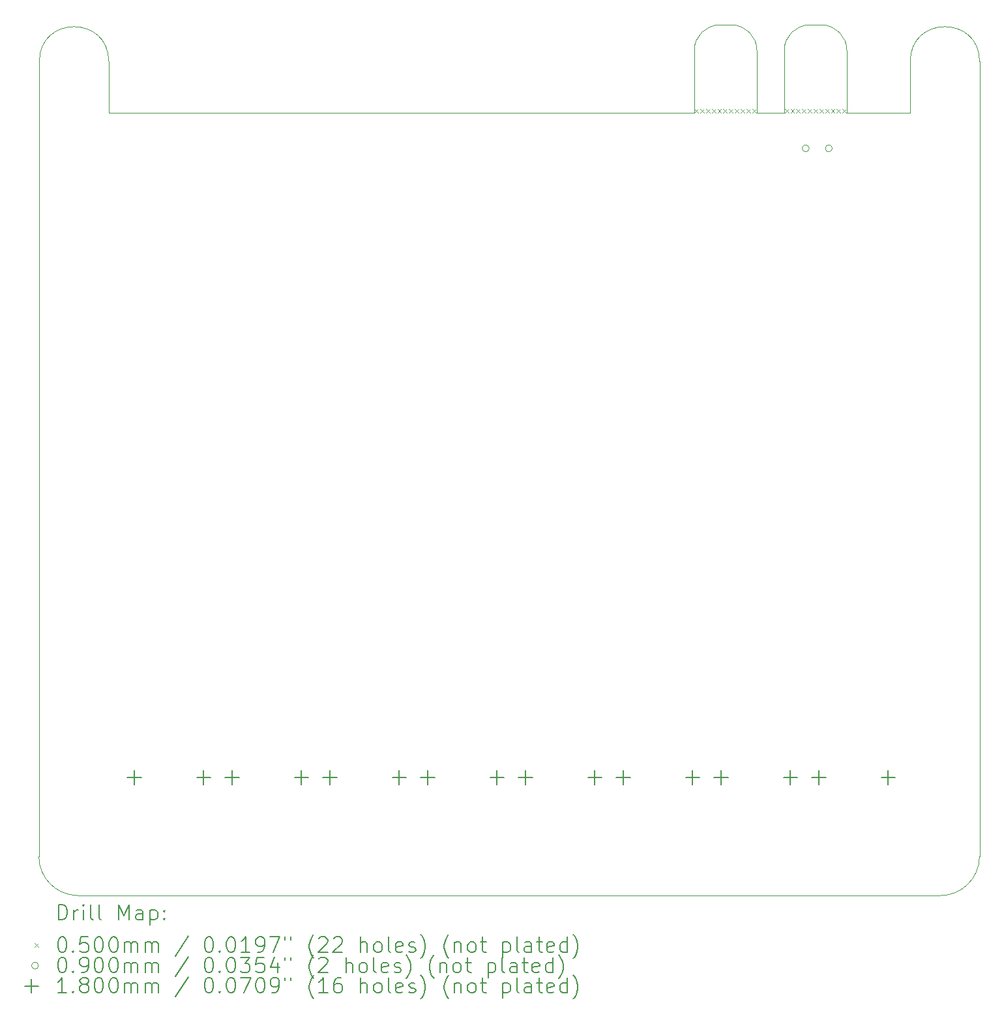
<source format=gbr>
%TF.GenerationSoftware,KiCad,Pcbnew,7.0.9-29-ge2d8d53a10*%
%TF.CreationDate,2023-11-20T00:12:12+01:00*%
%TF.ProjectId,scan-controller-kicad,7363616e-2d63-46f6-9e74-726f6c6c6572,rev?*%
%TF.SameCoordinates,Original*%
%TF.FileFunction,Drillmap*%
%TF.FilePolarity,Positive*%
%FSLAX45Y45*%
G04 Gerber Fmt 4.5, Leading zero omitted, Abs format (unit mm)*
G04 Created by KiCad (PCBNEW 7.0.9-29-ge2d8d53a10) date 2023-11-20 00:12:12*
%MOMM*%
%LPD*%
G01*
G04 APERTURE LIST*
%ADD10C,0.100000*%
%ADD11C,0.200000*%
%ADD12C,0.180000*%
G04 APERTURE END LIST*
D10*
X21338200Y-5590000D02*
X21338200Y-4777200D01*
X20855600Y-4447000D02*
G75*
G03*
X20525400Y-4777200I0J-330200D01*
G01*
X22506600Y-4777200D02*
X22506600Y-5590000D01*
X21008000Y-4447000D02*
X20855600Y-4447000D01*
X23330000Y-4920000D02*
X23330000Y-5590000D01*
X12920000Y-4920000D02*
X12920000Y-5590000D01*
X12020294Y-4920000D02*
X12013109Y-15240000D01*
X21693800Y-4777200D02*
X21693800Y-5590000D01*
X22024000Y-4447000D02*
G75*
G03*
X21693800Y-4777200I0J-330200D01*
G01*
X12013101Y-15240000D02*
G75*
G03*
X12515722Y-15748000I508039J10D01*
G01*
X12920294Y-4920000D02*
G75*
G03*
X12020294Y-4920000I-450000J0D01*
G01*
X24230000Y-4920000D02*
X24230000Y-15240000D01*
X22506600Y-4777200D02*
G75*
G03*
X22176400Y-4447000I-330200J0D01*
G01*
X21693800Y-5590000D02*
X21338200Y-5590000D01*
X23720000Y-15749210D02*
G75*
G03*
X24229210Y-15240000I0J509210D01*
G01*
X20525400Y-4777200D02*
X20524400Y-5587292D01*
X12920000Y-5590000D02*
X20524400Y-5587292D01*
X24230000Y-4920000D02*
G75*
G03*
X23330000Y-4920000I-450000J0D01*
G01*
X23720000Y-15749210D02*
X12515722Y-15748000D01*
X22176400Y-4447000D02*
X22024000Y-4447000D01*
X21338200Y-4777200D02*
G75*
G03*
X21008000Y-4447000I-330200J0D01*
G01*
X23330000Y-5590000D02*
X22506600Y-5590000D01*
D11*
D10*
X20527000Y-5539600D02*
X20577000Y-5589600D01*
X20577000Y-5539600D02*
X20527000Y-5589600D01*
X20602000Y-5539600D02*
X20652000Y-5589600D01*
X20652000Y-5539600D02*
X20602000Y-5589600D01*
X20677000Y-5539600D02*
X20727000Y-5589600D01*
X20727000Y-5539600D02*
X20677000Y-5589600D01*
X20752000Y-5539600D02*
X20802000Y-5589600D01*
X20802000Y-5539600D02*
X20752000Y-5589600D01*
X20827000Y-5539600D02*
X20877000Y-5589600D01*
X20877000Y-5539600D02*
X20827000Y-5589600D01*
X20902000Y-5539600D02*
X20952000Y-5589600D01*
X20952000Y-5539600D02*
X20902000Y-5589600D01*
X20977000Y-5539600D02*
X21027000Y-5589600D01*
X21027000Y-5539600D02*
X20977000Y-5589600D01*
X21052000Y-5539600D02*
X21102000Y-5589600D01*
X21102000Y-5539600D02*
X21052000Y-5589600D01*
X21127000Y-5539600D02*
X21177000Y-5589600D01*
X21177000Y-5539600D02*
X21127000Y-5589600D01*
X21202000Y-5539600D02*
X21252000Y-5589600D01*
X21252000Y-5539600D02*
X21202000Y-5589600D01*
X21277000Y-5539600D02*
X21327000Y-5589600D01*
X21327000Y-5539600D02*
X21277000Y-5589600D01*
X21700200Y-5539600D02*
X21750200Y-5589600D01*
X21750200Y-5539600D02*
X21700200Y-5589600D01*
X21775200Y-5539600D02*
X21825200Y-5589600D01*
X21825200Y-5539600D02*
X21775200Y-5589600D01*
X21850200Y-5539600D02*
X21900200Y-5589600D01*
X21900200Y-5539600D02*
X21850200Y-5589600D01*
X21925200Y-5539600D02*
X21975200Y-5589600D01*
X21975200Y-5539600D02*
X21925200Y-5589600D01*
X22000200Y-5539600D02*
X22050200Y-5589600D01*
X22050200Y-5539600D02*
X22000200Y-5589600D01*
X22075200Y-5539600D02*
X22125200Y-5589600D01*
X22125200Y-5539600D02*
X22075200Y-5589600D01*
X22150200Y-5539600D02*
X22200200Y-5589600D01*
X22200200Y-5539600D02*
X22150200Y-5589600D01*
X22225200Y-5539600D02*
X22275200Y-5589600D01*
X22275200Y-5539600D02*
X22225200Y-5589600D01*
X22300200Y-5539600D02*
X22350200Y-5589600D01*
X22350200Y-5539600D02*
X22300200Y-5589600D01*
X22375200Y-5539600D02*
X22425200Y-5589600D01*
X22425200Y-5539600D02*
X22375200Y-5589600D01*
X22450200Y-5539600D02*
X22500200Y-5589600D01*
X22500200Y-5539600D02*
X22450200Y-5589600D01*
X22017400Y-6048900D02*
G75*
G03*
X22017400Y-6048900I-45000J0D01*
G01*
X22317400Y-6048900D02*
G75*
G03*
X22317400Y-6048900I-45000J0D01*
G01*
D12*
X13252359Y-14125976D02*
X13252359Y-14305976D01*
X13162359Y-14215976D02*
X13342359Y-14215976D01*
X14152359Y-14125976D02*
X14152359Y-14305976D01*
X14062359Y-14215976D02*
X14242359Y-14215976D01*
X14522359Y-14125976D02*
X14522359Y-14305976D01*
X14432359Y-14215976D02*
X14612359Y-14215976D01*
X15422359Y-14125976D02*
X15422359Y-14305976D01*
X15332359Y-14215976D02*
X15512359Y-14215976D01*
X15792359Y-14125976D02*
X15792359Y-14305976D01*
X15702359Y-14215976D02*
X15882359Y-14215976D01*
X16692359Y-14125976D02*
X16692359Y-14305976D01*
X16602359Y-14215976D02*
X16782359Y-14215976D01*
X17062359Y-14125976D02*
X17062359Y-14305976D01*
X16972359Y-14215976D02*
X17152359Y-14215976D01*
X17962359Y-14125976D02*
X17962359Y-14305976D01*
X17872359Y-14215976D02*
X18052359Y-14215976D01*
X18332359Y-14125976D02*
X18332359Y-14305976D01*
X18242359Y-14215976D02*
X18422359Y-14215976D01*
X19232359Y-14125976D02*
X19232359Y-14305976D01*
X19142359Y-14215976D02*
X19322359Y-14215976D01*
X19602359Y-14125976D02*
X19602359Y-14305976D01*
X19512359Y-14215976D02*
X19692359Y-14215976D01*
X20502359Y-14125976D02*
X20502359Y-14305976D01*
X20412359Y-14215976D02*
X20592359Y-14215976D01*
X20872359Y-14125976D02*
X20872359Y-14305976D01*
X20782359Y-14215976D02*
X20962359Y-14215976D01*
X21772359Y-14125976D02*
X21772359Y-14305976D01*
X21682359Y-14215976D02*
X21862359Y-14215976D01*
X22142359Y-14125976D02*
X22142359Y-14305976D01*
X22052359Y-14215976D02*
X22232359Y-14215976D01*
X23042359Y-14125976D02*
X23042359Y-14305976D01*
X22952359Y-14215976D02*
X23132359Y-14215976D01*
D11*
X12268886Y-16065694D02*
X12268886Y-15865694D01*
X12268886Y-15865694D02*
X12316505Y-15865694D01*
X12316505Y-15865694D02*
X12345076Y-15875218D01*
X12345076Y-15875218D02*
X12364124Y-15894265D01*
X12364124Y-15894265D02*
X12373648Y-15913313D01*
X12373648Y-15913313D02*
X12383172Y-15951408D01*
X12383172Y-15951408D02*
X12383172Y-15979979D01*
X12383172Y-15979979D02*
X12373648Y-16018075D01*
X12373648Y-16018075D02*
X12364124Y-16037122D01*
X12364124Y-16037122D02*
X12345076Y-16056170D01*
X12345076Y-16056170D02*
X12316505Y-16065694D01*
X12316505Y-16065694D02*
X12268886Y-16065694D01*
X12468886Y-16065694D02*
X12468886Y-15932360D01*
X12468886Y-15970456D02*
X12478410Y-15951408D01*
X12478410Y-15951408D02*
X12487933Y-15941884D01*
X12487933Y-15941884D02*
X12506981Y-15932360D01*
X12506981Y-15932360D02*
X12526029Y-15932360D01*
X12592695Y-16065694D02*
X12592695Y-15932360D01*
X12592695Y-15865694D02*
X12583172Y-15875218D01*
X12583172Y-15875218D02*
X12592695Y-15884741D01*
X12592695Y-15884741D02*
X12602219Y-15875218D01*
X12602219Y-15875218D02*
X12592695Y-15865694D01*
X12592695Y-15865694D02*
X12592695Y-15884741D01*
X12716505Y-16065694D02*
X12697457Y-16056170D01*
X12697457Y-16056170D02*
X12687933Y-16037122D01*
X12687933Y-16037122D02*
X12687933Y-15865694D01*
X12821267Y-16065694D02*
X12802219Y-16056170D01*
X12802219Y-16056170D02*
X12792695Y-16037122D01*
X12792695Y-16037122D02*
X12792695Y-15865694D01*
X13049838Y-16065694D02*
X13049838Y-15865694D01*
X13049838Y-15865694D02*
X13116505Y-16008551D01*
X13116505Y-16008551D02*
X13183172Y-15865694D01*
X13183172Y-15865694D02*
X13183172Y-16065694D01*
X13364124Y-16065694D02*
X13364124Y-15960932D01*
X13364124Y-15960932D02*
X13354600Y-15941884D01*
X13354600Y-15941884D02*
X13335553Y-15932360D01*
X13335553Y-15932360D02*
X13297457Y-15932360D01*
X13297457Y-15932360D02*
X13278410Y-15941884D01*
X13364124Y-16056170D02*
X13345076Y-16065694D01*
X13345076Y-16065694D02*
X13297457Y-16065694D01*
X13297457Y-16065694D02*
X13278410Y-16056170D01*
X13278410Y-16056170D02*
X13268886Y-16037122D01*
X13268886Y-16037122D02*
X13268886Y-16018075D01*
X13268886Y-16018075D02*
X13278410Y-15999027D01*
X13278410Y-15999027D02*
X13297457Y-15989503D01*
X13297457Y-15989503D02*
X13345076Y-15989503D01*
X13345076Y-15989503D02*
X13364124Y-15979979D01*
X13459362Y-15932360D02*
X13459362Y-16132360D01*
X13459362Y-15941884D02*
X13478410Y-15932360D01*
X13478410Y-15932360D02*
X13516505Y-15932360D01*
X13516505Y-15932360D02*
X13535553Y-15941884D01*
X13535553Y-15941884D02*
X13545076Y-15951408D01*
X13545076Y-15951408D02*
X13554600Y-15970456D01*
X13554600Y-15970456D02*
X13554600Y-16027598D01*
X13554600Y-16027598D02*
X13545076Y-16046646D01*
X13545076Y-16046646D02*
X13535553Y-16056170D01*
X13535553Y-16056170D02*
X13516505Y-16065694D01*
X13516505Y-16065694D02*
X13478410Y-16065694D01*
X13478410Y-16065694D02*
X13459362Y-16056170D01*
X13640314Y-16046646D02*
X13649838Y-16056170D01*
X13649838Y-16056170D02*
X13640314Y-16065694D01*
X13640314Y-16065694D02*
X13630791Y-16056170D01*
X13630791Y-16056170D02*
X13640314Y-16046646D01*
X13640314Y-16046646D02*
X13640314Y-16065694D01*
X13640314Y-15941884D02*
X13649838Y-15951408D01*
X13649838Y-15951408D02*
X13640314Y-15960932D01*
X13640314Y-15960932D02*
X13630791Y-15951408D01*
X13630791Y-15951408D02*
X13640314Y-15941884D01*
X13640314Y-15941884D02*
X13640314Y-15960932D01*
D10*
X11958109Y-16369210D02*
X12008109Y-16419210D01*
X12008109Y-16369210D02*
X11958109Y-16419210D01*
D11*
X12306981Y-16285694D02*
X12326029Y-16285694D01*
X12326029Y-16285694D02*
X12345076Y-16295218D01*
X12345076Y-16295218D02*
X12354600Y-16304741D01*
X12354600Y-16304741D02*
X12364124Y-16323789D01*
X12364124Y-16323789D02*
X12373648Y-16361884D01*
X12373648Y-16361884D02*
X12373648Y-16409503D01*
X12373648Y-16409503D02*
X12364124Y-16447598D01*
X12364124Y-16447598D02*
X12354600Y-16466646D01*
X12354600Y-16466646D02*
X12345076Y-16476170D01*
X12345076Y-16476170D02*
X12326029Y-16485694D01*
X12326029Y-16485694D02*
X12306981Y-16485694D01*
X12306981Y-16485694D02*
X12287933Y-16476170D01*
X12287933Y-16476170D02*
X12278410Y-16466646D01*
X12278410Y-16466646D02*
X12268886Y-16447598D01*
X12268886Y-16447598D02*
X12259362Y-16409503D01*
X12259362Y-16409503D02*
X12259362Y-16361884D01*
X12259362Y-16361884D02*
X12268886Y-16323789D01*
X12268886Y-16323789D02*
X12278410Y-16304741D01*
X12278410Y-16304741D02*
X12287933Y-16295218D01*
X12287933Y-16295218D02*
X12306981Y-16285694D01*
X12459362Y-16466646D02*
X12468886Y-16476170D01*
X12468886Y-16476170D02*
X12459362Y-16485694D01*
X12459362Y-16485694D02*
X12449838Y-16476170D01*
X12449838Y-16476170D02*
X12459362Y-16466646D01*
X12459362Y-16466646D02*
X12459362Y-16485694D01*
X12649838Y-16285694D02*
X12554600Y-16285694D01*
X12554600Y-16285694D02*
X12545076Y-16380932D01*
X12545076Y-16380932D02*
X12554600Y-16371408D01*
X12554600Y-16371408D02*
X12573648Y-16361884D01*
X12573648Y-16361884D02*
X12621267Y-16361884D01*
X12621267Y-16361884D02*
X12640314Y-16371408D01*
X12640314Y-16371408D02*
X12649838Y-16380932D01*
X12649838Y-16380932D02*
X12659362Y-16399979D01*
X12659362Y-16399979D02*
X12659362Y-16447598D01*
X12659362Y-16447598D02*
X12649838Y-16466646D01*
X12649838Y-16466646D02*
X12640314Y-16476170D01*
X12640314Y-16476170D02*
X12621267Y-16485694D01*
X12621267Y-16485694D02*
X12573648Y-16485694D01*
X12573648Y-16485694D02*
X12554600Y-16476170D01*
X12554600Y-16476170D02*
X12545076Y-16466646D01*
X12783172Y-16285694D02*
X12802219Y-16285694D01*
X12802219Y-16285694D02*
X12821267Y-16295218D01*
X12821267Y-16295218D02*
X12830791Y-16304741D01*
X12830791Y-16304741D02*
X12840314Y-16323789D01*
X12840314Y-16323789D02*
X12849838Y-16361884D01*
X12849838Y-16361884D02*
X12849838Y-16409503D01*
X12849838Y-16409503D02*
X12840314Y-16447598D01*
X12840314Y-16447598D02*
X12830791Y-16466646D01*
X12830791Y-16466646D02*
X12821267Y-16476170D01*
X12821267Y-16476170D02*
X12802219Y-16485694D01*
X12802219Y-16485694D02*
X12783172Y-16485694D01*
X12783172Y-16485694D02*
X12764124Y-16476170D01*
X12764124Y-16476170D02*
X12754600Y-16466646D01*
X12754600Y-16466646D02*
X12745076Y-16447598D01*
X12745076Y-16447598D02*
X12735553Y-16409503D01*
X12735553Y-16409503D02*
X12735553Y-16361884D01*
X12735553Y-16361884D02*
X12745076Y-16323789D01*
X12745076Y-16323789D02*
X12754600Y-16304741D01*
X12754600Y-16304741D02*
X12764124Y-16295218D01*
X12764124Y-16295218D02*
X12783172Y-16285694D01*
X12973648Y-16285694D02*
X12992695Y-16285694D01*
X12992695Y-16285694D02*
X13011743Y-16295218D01*
X13011743Y-16295218D02*
X13021267Y-16304741D01*
X13021267Y-16304741D02*
X13030791Y-16323789D01*
X13030791Y-16323789D02*
X13040314Y-16361884D01*
X13040314Y-16361884D02*
X13040314Y-16409503D01*
X13040314Y-16409503D02*
X13030791Y-16447598D01*
X13030791Y-16447598D02*
X13021267Y-16466646D01*
X13021267Y-16466646D02*
X13011743Y-16476170D01*
X13011743Y-16476170D02*
X12992695Y-16485694D01*
X12992695Y-16485694D02*
X12973648Y-16485694D01*
X12973648Y-16485694D02*
X12954600Y-16476170D01*
X12954600Y-16476170D02*
X12945076Y-16466646D01*
X12945076Y-16466646D02*
X12935553Y-16447598D01*
X12935553Y-16447598D02*
X12926029Y-16409503D01*
X12926029Y-16409503D02*
X12926029Y-16361884D01*
X12926029Y-16361884D02*
X12935553Y-16323789D01*
X12935553Y-16323789D02*
X12945076Y-16304741D01*
X12945076Y-16304741D02*
X12954600Y-16295218D01*
X12954600Y-16295218D02*
X12973648Y-16285694D01*
X13126029Y-16485694D02*
X13126029Y-16352360D01*
X13126029Y-16371408D02*
X13135553Y-16361884D01*
X13135553Y-16361884D02*
X13154600Y-16352360D01*
X13154600Y-16352360D02*
X13183172Y-16352360D01*
X13183172Y-16352360D02*
X13202219Y-16361884D01*
X13202219Y-16361884D02*
X13211743Y-16380932D01*
X13211743Y-16380932D02*
X13211743Y-16485694D01*
X13211743Y-16380932D02*
X13221267Y-16361884D01*
X13221267Y-16361884D02*
X13240314Y-16352360D01*
X13240314Y-16352360D02*
X13268886Y-16352360D01*
X13268886Y-16352360D02*
X13287934Y-16361884D01*
X13287934Y-16361884D02*
X13297457Y-16380932D01*
X13297457Y-16380932D02*
X13297457Y-16485694D01*
X13392695Y-16485694D02*
X13392695Y-16352360D01*
X13392695Y-16371408D02*
X13402219Y-16361884D01*
X13402219Y-16361884D02*
X13421267Y-16352360D01*
X13421267Y-16352360D02*
X13449838Y-16352360D01*
X13449838Y-16352360D02*
X13468886Y-16361884D01*
X13468886Y-16361884D02*
X13478410Y-16380932D01*
X13478410Y-16380932D02*
X13478410Y-16485694D01*
X13478410Y-16380932D02*
X13487934Y-16361884D01*
X13487934Y-16361884D02*
X13506981Y-16352360D01*
X13506981Y-16352360D02*
X13535553Y-16352360D01*
X13535553Y-16352360D02*
X13554600Y-16361884D01*
X13554600Y-16361884D02*
X13564124Y-16380932D01*
X13564124Y-16380932D02*
X13564124Y-16485694D01*
X13954600Y-16276170D02*
X13783172Y-16533313D01*
X14211743Y-16285694D02*
X14230791Y-16285694D01*
X14230791Y-16285694D02*
X14249838Y-16295218D01*
X14249838Y-16295218D02*
X14259362Y-16304741D01*
X14259362Y-16304741D02*
X14268886Y-16323789D01*
X14268886Y-16323789D02*
X14278410Y-16361884D01*
X14278410Y-16361884D02*
X14278410Y-16409503D01*
X14278410Y-16409503D02*
X14268886Y-16447598D01*
X14268886Y-16447598D02*
X14259362Y-16466646D01*
X14259362Y-16466646D02*
X14249838Y-16476170D01*
X14249838Y-16476170D02*
X14230791Y-16485694D01*
X14230791Y-16485694D02*
X14211743Y-16485694D01*
X14211743Y-16485694D02*
X14192696Y-16476170D01*
X14192696Y-16476170D02*
X14183172Y-16466646D01*
X14183172Y-16466646D02*
X14173648Y-16447598D01*
X14173648Y-16447598D02*
X14164124Y-16409503D01*
X14164124Y-16409503D02*
X14164124Y-16361884D01*
X14164124Y-16361884D02*
X14173648Y-16323789D01*
X14173648Y-16323789D02*
X14183172Y-16304741D01*
X14183172Y-16304741D02*
X14192696Y-16295218D01*
X14192696Y-16295218D02*
X14211743Y-16285694D01*
X14364124Y-16466646D02*
X14373648Y-16476170D01*
X14373648Y-16476170D02*
X14364124Y-16485694D01*
X14364124Y-16485694D02*
X14354600Y-16476170D01*
X14354600Y-16476170D02*
X14364124Y-16466646D01*
X14364124Y-16466646D02*
X14364124Y-16485694D01*
X14497457Y-16285694D02*
X14516505Y-16285694D01*
X14516505Y-16285694D02*
X14535553Y-16295218D01*
X14535553Y-16295218D02*
X14545077Y-16304741D01*
X14545077Y-16304741D02*
X14554600Y-16323789D01*
X14554600Y-16323789D02*
X14564124Y-16361884D01*
X14564124Y-16361884D02*
X14564124Y-16409503D01*
X14564124Y-16409503D02*
X14554600Y-16447598D01*
X14554600Y-16447598D02*
X14545077Y-16466646D01*
X14545077Y-16466646D02*
X14535553Y-16476170D01*
X14535553Y-16476170D02*
X14516505Y-16485694D01*
X14516505Y-16485694D02*
X14497457Y-16485694D01*
X14497457Y-16485694D02*
X14478410Y-16476170D01*
X14478410Y-16476170D02*
X14468886Y-16466646D01*
X14468886Y-16466646D02*
X14459362Y-16447598D01*
X14459362Y-16447598D02*
X14449838Y-16409503D01*
X14449838Y-16409503D02*
X14449838Y-16361884D01*
X14449838Y-16361884D02*
X14459362Y-16323789D01*
X14459362Y-16323789D02*
X14468886Y-16304741D01*
X14468886Y-16304741D02*
X14478410Y-16295218D01*
X14478410Y-16295218D02*
X14497457Y-16285694D01*
X14754600Y-16485694D02*
X14640315Y-16485694D01*
X14697457Y-16485694D02*
X14697457Y-16285694D01*
X14697457Y-16285694D02*
X14678410Y-16314265D01*
X14678410Y-16314265D02*
X14659362Y-16333313D01*
X14659362Y-16333313D02*
X14640315Y-16342837D01*
X14849838Y-16485694D02*
X14887934Y-16485694D01*
X14887934Y-16485694D02*
X14906981Y-16476170D01*
X14906981Y-16476170D02*
X14916505Y-16466646D01*
X14916505Y-16466646D02*
X14935553Y-16438075D01*
X14935553Y-16438075D02*
X14945077Y-16399979D01*
X14945077Y-16399979D02*
X14945077Y-16323789D01*
X14945077Y-16323789D02*
X14935553Y-16304741D01*
X14935553Y-16304741D02*
X14926029Y-16295218D01*
X14926029Y-16295218D02*
X14906981Y-16285694D01*
X14906981Y-16285694D02*
X14868886Y-16285694D01*
X14868886Y-16285694D02*
X14849838Y-16295218D01*
X14849838Y-16295218D02*
X14840315Y-16304741D01*
X14840315Y-16304741D02*
X14830791Y-16323789D01*
X14830791Y-16323789D02*
X14830791Y-16371408D01*
X14830791Y-16371408D02*
X14840315Y-16390456D01*
X14840315Y-16390456D02*
X14849838Y-16399979D01*
X14849838Y-16399979D02*
X14868886Y-16409503D01*
X14868886Y-16409503D02*
X14906981Y-16409503D01*
X14906981Y-16409503D02*
X14926029Y-16399979D01*
X14926029Y-16399979D02*
X14935553Y-16390456D01*
X14935553Y-16390456D02*
X14945077Y-16371408D01*
X15011743Y-16285694D02*
X15145077Y-16285694D01*
X15145077Y-16285694D02*
X15059362Y-16485694D01*
X15211743Y-16285694D02*
X15211743Y-16323789D01*
X15287934Y-16285694D02*
X15287934Y-16323789D01*
X15583172Y-16561884D02*
X15573648Y-16552360D01*
X15573648Y-16552360D02*
X15554600Y-16523789D01*
X15554600Y-16523789D02*
X15545077Y-16504741D01*
X15545077Y-16504741D02*
X15535553Y-16476170D01*
X15535553Y-16476170D02*
X15526029Y-16428551D01*
X15526029Y-16428551D02*
X15526029Y-16390456D01*
X15526029Y-16390456D02*
X15535553Y-16342837D01*
X15535553Y-16342837D02*
X15545077Y-16314265D01*
X15545077Y-16314265D02*
X15554600Y-16295218D01*
X15554600Y-16295218D02*
X15573648Y-16266646D01*
X15573648Y-16266646D02*
X15583172Y-16257122D01*
X15649839Y-16304741D02*
X15659362Y-16295218D01*
X15659362Y-16295218D02*
X15678410Y-16285694D01*
X15678410Y-16285694D02*
X15726029Y-16285694D01*
X15726029Y-16285694D02*
X15745077Y-16295218D01*
X15745077Y-16295218D02*
X15754600Y-16304741D01*
X15754600Y-16304741D02*
X15764124Y-16323789D01*
X15764124Y-16323789D02*
X15764124Y-16342837D01*
X15764124Y-16342837D02*
X15754600Y-16371408D01*
X15754600Y-16371408D02*
X15640315Y-16485694D01*
X15640315Y-16485694D02*
X15764124Y-16485694D01*
X15840315Y-16304741D02*
X15849839Y-16295218D01*
X15849839Y-16295218D02*
X15868886Y-16285694D01*
X15868886Y-16285694D02*
X15916505Y-16285694D01*
X15916505Y-16285694D02*
X15935553Y-16295218D01*
X15935553Y-16295218D02*
X15945077Y-16304741D01*
X15945077Y-16304741D02*
X15954600Y-16323789D01*
X15954600Y-16323789D02*
X15954600Y-16342837D01*
X15954600Y-16342837D02*
X15945077Y-16371408D01*
X15945077Y-16371408D02*
X15830791Y-16485694D01*
X15830791Y-16485694D02*
X15954600Y-16485694D01*
X16192696Y-16485694D02*
X16192696Y-16285694D01*
X16278410Y-16485694D02*
X16278410Y-16380932D01*
X16278410Y-16380932D02*
X16268886Y-16361884D01*
X16268886Y-16361884D02*
X16249839Y-16352360D01*
X16249839Y-16352360D02*
X16221267Y-16352360D01*
X16221267Y-16352360D02*
X16202220Y-16361884D01*
X16202220Y-16361884D02*
X16192696Y-16371408D01*
X16402220Y-16485694D02*
X16383172Y-16476170D01*
X16383172Y-16476170D02*
X16373648Y-16466646D01*
X16373648Y-16466646D02*
X16364124Y-16447598D01*
X16364124Y-16447598D02*
X16364124Y-16390456D01*
X16364124Y-16390456D02*
X16373648Y-16371408D01*
X16373648Y-16371408D02*
X16383172Y-16361884D01*
X16383172Y-16361884D02*
X16402220Y-16352360D01*
X16402220Y-16352360D02*
X16430791Y-16352360D01*
X16430791Y-16352360D02*
X16449839Y-16361884D01*
X16449839Y-16361884D02*
X16459362Y-16371408D01*
X16459362Y-16371408D02*
X16468886Y-16390456D01*
X16468886Y-16390456D02*
X16468886Y-16447598D01*
X16468886Y-16447598D02*
X16459362Y-16466646D01*
X16459362Y-16466646D02*
X16449839Y-16476170D01*
X16449839Y-16476170D02*
X16430791Y-16485694D01*
X16430791Y-16485694D02*
X16402220Y-16485694D01*
X16583172Y-16485694D02*
X16564124Y-16476170D01*
X16564124Y-16476170D02*
X16554601Y-16457122D01*
X16554601Y-16457122D02*
X16554601Y-16285694D01*
X16735553Y-16476170D02*
X16716505Y-16485694D01*
X16716505Y-16485694D02*
X16678410Y-16485694D01*
X16678410Y-16485694D02*
X16659362Y-16476170D01*
X16659362Y-16476170D02*
X16649839Y-16457122D01*
X16649839Y-16457122D02*
X16649839Y-16380932D01*
X16649839Y-16380932D02*
X16659362Y-16361884D01*
X16659362Y-16361884D02*
X16678410Y-16352360D01*
X16678410Y-16352360D02*
X16716505Y-16352360D01*
X16716505Y-16352360D02*
X16735553Y-16361884D01*
X16735553Y-16361884D02*
X16745077Y-16380932D01*
X16745077Y-16380932D02*
X16745077Y-16399979D01*
X16745077Y-16399979D02*
X16649839Y-16419027D01*
X16821267Y-16476170D02*
X16840315Y-16485694D01*
X16840315Y-16485694D02*
X16878410Y-16485694D01*
X16878410Y-16485694D02*
X16897458Y-16476170D01*
X16897458Y-16476170D02*
X16906982Y-16457122D01*
X16906982Y-16457122D02*
X16906982Y-16447598D01*
X16906982Y-16447598D02*
X16897458Y-16428551D01*
X16897458Y-16428551D02*
X16878410Y-16419027D01*
X16878410Y-16419027D02*
X16849839Y-16419027D01*
X16849839Y-16419027D02*
X16830791Y-16409503D01*
X16830791Y-16409503D02*
X16821267Y-16390456D01*
X16821267Y-16390456D02*
X16821267Y-16380932D01*
X16821267Y-16380932D02*
X16830791Y-16361884D01*
X16830791Y-16361884D02*
X16849839Y-16352360D01*
X16849839Y-16352360D02*
X16878410Y-16352360D01*
X16878410Y-16352360D02*
X16897458Y-16361884D01*
X16973648Y-16561884D02*
X16983172Y-16552360D01*
X16983172Y-16552360D02*
X17002220Y-16523789D01*
X17002220Y-16523789D02*
X17011744Y-16504741D01*
X17011744Y-16504741D02*
X17021267Y-16476170D01*
X17021267Y-16476170D02*
X17030791Y-16428551D01*
X17030791Y-16428551D02*
X17030791Y-16390456D01*
X17030791Y-16390456D02*
X17021267Y-16342837D01*
X17021267Y-16342837D02*
X17011744Y-16314265D01*
X17011744Y-16314265D02*
X17002220Y-16295218D01*
X17002220Y-16295218D02*
X16983172Y-16266646D01*
X16983172Y-16266646D02*
X16973648Y-16257122D01*
X17335553Y-16561884D02*
X17326029Y-16552360D01*
X17326029Y-16552360D02*
X17306982Y-16523789D01*
X17306982Y-16523789D02*
X17297458Y-16504741D01*
X17297458Y-16504741D02*
X17287934Y-16476170D01*
X17287934Y-16476170D02*
X17278410Y-16428551D01*
X17278410Y-16428551D02*
X17278410Y-16390456D01*
X17278410Y-16390456D02*
X17287934Y-16342837D01*
X17287934Y-16342837D02*
X17297458Y-16314265D01*
X17297458Y-16314265D02*
X17306982Y-16295218D01*
X17306982Y-16295218D02*
X17326029Y-16266646D01*
X17326029Y-16266646D02*
X17335553Y-16257122D01*
X17411744Y-16352360D02*
X17411744Y-16485694D01*
X17411744Y-16371408D02*
X17421267Y-16361884D01*
X17421267Y-16361884D02*
X17440315Y-16352360D01*
X17440315Y-16352360D02*
X17468886Y-16352360D01*
X17468886Y-16352360D02*
X17487934Y-16361884D01*
X17487934Y-16361884D02*
X17497458Y-16380932D01*
X17497458Y-16380932D02*
X17497458Y-16485694D01*
X17621267Y-16485694D02*
X17602220Y-16476170D01*
X17602220Y-16476170D02*
X17592696Y-16466646D01*
X17592696Y-16466646D02*
X17583172Y-16447598D01*
X17583172Y-16447598D02*
X17583172Y-16390456D01*
X17583172Y-16390456D02*
X17592696Y-16371408D01*
X17592696Y-16371408D02*
X17602220Y-16361884D01*
X17602220Y-16361884D02*
X17621267Y-16352360D01*
X17621267Y-16352360D02*
X17649839Y-16352360D01*
X17649839Y-16352360D02*
X17668886Y-16361884D01*
X17668886Y-16361884D02*
X17678410Y-16371408D01*
X17678410Y-16371408D02*
X17687934Y-16390456D01*
X17687934Y-16390456D02*
X17687934Y-16447598D01*
X17687934Y-16447598D02*
X17678410Y-16466646D01*
X17678410Y-16466646D02*
X17668886Y-16476170D01*
X17668886Y-16476170D02*
X17649839Y-16485694D01*
X17649839Y-16485694D02*
X17621267Y-16485694D01*
X17745077Y-16352360D02*
X17821267Y-16352360D01*
X17773648Y-16285694D02*
X17773648Y-16457122D01*
X17773648Y-16457122D02*
X17783172Y-16476170D01*
X17783172Y-16476170D02*
X17802220Y-16485694D01*
X17802220Y-16485694D02*
X17821267Y-16485694D01*
X18040315Y-16352360D02*
X18040315Y-16552360D01*
X18040315Y-16361884D02*
X18059363Y-16352360D01*
X18059363Y-16352360D02*
X18097458Y-16352360D01*
X18097458Y-16352360D02*
X18116506Y-16361884D01*
X18116506Y-16361884D02*
X18126029Y-16371408D01*
X18126029Y-16371408D02*
X18135553Y-16390456D01*
X18135553Y-16390456D02*
X18135553Y-16447598D01*
X18135553Y-16447598D02*
X18126029Y-16466646D01*
X18126029Y-16466646D02*
X18116506Y-16476170D01*
X18116506Y-16476170D02*
X18097458Y-16485694D01*
X18097458Y-16485694D02*
X18059363Y-16485694D01*
X18059363Y-16485694D02*
X18040315Y-16476170D01*
X18249839Y-16485694D02*
X18230791Y-16476170D01*
X18230791Y-16476170D02*
X18221267Y-16457122D01*
X18221267Y-16457122D02*
X18221267Y-16285694D01*
X18411744Y-16485694D02*
X18411744Y-16380932D01*
X18411744Y-16380932D02*
X18402220Y-16361884D01*
X18402220Y-16361884D02*
X18383172Y-16352360D01*
X18383172Y-16352360D02*
X18345077Y-16352360D01*
X18345077Y-16352360D02*
X18326029Y-16361884D01*
X18411744Y-16476170D02*
X18392696Y-16485694D01*
X18392696Y-16485694D02*
X18345077Y-16485694D01*
X18345077Y-16485694D02*
X18326029Y-16476170D01*
X18326029Y-16476170D02*
X18316506Y-16457122D01*
X18316506Y-16457122D02*
X18316506Y-16438075D01*
X18316506Y-16438075D02*
X18326029Y-16419027D01*
X18326029Y-16419027D02*
X18345077Y-16409503D01*
X18345077Y-16409503D02*
X18392696Y-16409503D01*
X18392696Y-16409503D02*
X18411744Y-16399979D01*
X18478410Y-16352360D02*
X18554601Y-16352360D01*
X18506982Y-16285694D02*
X18506982Y-16457122D01*
X18506982Y-16457122D02*
X18516506Y-16476170D01*
X18516506Y-16476170D02*
X18535553Y-16485694D01*
X18535553Y-16485694D02*
X18554601Y-16485694D01*
X18697458Y-16476170D02*
X18678410Y-16485694D01*
X18678410Y-16485694D02*
X18640315Y-16485694D01*
X18640315Y-16485694D02*
X18621267Y-16476170D01*
X18621267Y-16476170D02*
X18611744Y-16457122D01*
X18611744Y-16457122D02*
X18611744Y-16380932D01*
X18611744Y-16380932D02*
X18621267Y-16361884D01*
X18621267Y-16361884D02*
X18640315Y-16352360D01*
X18640315Y-16352360D02*
X18678410Y-16352360D01*
X18678410Y-16352360D02*
X18697458Y-16361884D01*
X18697458Y-16361884D02*
X18706982Y-16380932D01*
X18706982Y-16380932D02*
X18706982Y-16399979D01*
X18706982Y-16399979D02*
X18611744Y-16419027D01*
X18878410Y-16485694D02*
X18878410Y-16285694D01*
X18878410Y-16476170D02*
X18859363Y-16485694D01*
X18859363Y-16485694D02*
X18821267Y-16485694D01*
X18821267Y-16485694D02*
X18802220Y-16476170D01*
X18802220Y-16476170D02*
X18792696Y-16466646D01*
X18792696Y-16466646D02*
X18783172Y-16447598D01*
X18783172Y-16447598D02*
X18783172Y-16390456D01*
X18783172Y-16390456D02*
X18792696Y-16371408D01*
X18792696Y-16371408D02*
X18802220Y-16361884D01*
X18802220Y-16361884D02*
X18821267Y-16352360D01*
X18821267Y-16352360D02*
X18859363Y-16352360D01*
X18859363Y-16352360D02*
X18878410Y-16361884D01*
X18954601Y-16561884D02*
X18964125Y-16552360D01*
X18964125Y-16552360D02*
X18983172Y-16523789D01*
X18983172Y-16523789D02*
X18992696Y-16504741D01*
X18992696Y-16504741D02*
X19002220Y-16476170D01*
X19002220Y-16476170D02*
X19011744Y-16428551D01*
X19011744Y-16428551D02*
X19011744Y-16390456D01*
X19011744Y-16390456D02*
X19002220Y-16342837D01*
X19002220Y-16342837D02*
X18992696Y-16314265D01*
X18992696Y-16314265D02*
X18983172Y-16295218D01*
X18983172Y-16295218D02*
X18964125Y-16266646D01*
X18964125Y-16266646D02*
X18954601Y-16257122D01*
D10*
X12008109Y-16658210D02*
G75*
G03*
X12008109Y-16658210I-45000J0D01*
G01*
D11*
X12306981Y-16549694D02*
X12326029Y-16549694D01*
X12326029Y-16549694D02*
X12345076Y-16559218D01*
X12345076Y-16559218D02*
X12354600Y-16568741D01*
X12354600Y-16568741D02*
X12364124Y-16587789D01*
X12364124Y-16587789D02*
X12373648Y-16625884D01*
X12373648Y-16625884D02*
X12373648Y-16673503D01*
X12373648Y-16673503D02*
X12364124Y-16711598D01*
X12364124Y-16711598D02*
X12354600Y-16730646D01*
X12354600Y-16730646D02*
X12345076Y-16740170D01*
X12345076Y-16740170D02*
X12326029Y-16749694D01*
X12326029Y-16749694D02*
X12306981Y-16749694D01*
X12306981Y-16749694D02*
X12287933Y-16740170D01*
X12287933Y-16740170D02*
X12278410Y-16730646D01*
X12278410Y-16730646D02*
X12268886Y-16711598D01*
X12268886Y-16711598D02*
X12259362Y-16673503D01*
X12259362Y-16673503D02*
X12259362Y-16625884D01*
X12259362Y-16625884D02*
X12268886Y-16587789D01*
X12268886Y-16587789D02*
X12278410Y-16568741D01*
X12278410Y-16568741D02*
X12287933Y-16559218D01*
X12287933Y-16559218D02*
X12306981Y-16549694D01*
X12459362Y-16730646D02*
X12468886Y-16740170D01*
X12468886Y-16740170D02*
X12459362Y-16749694D01*
X12459362Y-16749694D02*
X12449838Y-16740170D01*
X12449838Y-16740170D02*
X12459362Y-16730646D01*
X12459362Y-16730646D02*
X12459362Y-16749694D01*
X12564124Y-16749694D02*
X12602219Y-16749694D01*
X12602219Y-16749694D02*
X12621267Y-16740170D01*
X12621267Y-16740170D02*
X12630791Y-16730646D01*
X12630791Y-16730646D02*
X12649838Y-16702075D01*
X12649838Y-16702075D02*
X12659362Y-16663979D01*
X12659362Y-16663979D02*
X12659362Y-16587789D01*
X12659362Y-16587789D02*
X12649838Y-16568741D01*
X12649838Y-16568741D02*
X12640314Y-16559218D01*
X12640314Y-16559218D02*
X12621267Y-16549694D01*
X12621267Y-16549694D02*
X12583172Y-16549694D01*
X12583172Y-16549694D02*
X12564124Y-16559218D01*
X12564124Y-16559218D02*
X12554600Y-16568741D01*
X12554600Y-16568741D02*
X12545076Y-16587789D01*
X12545076Y-16587789D02*
X12545076Y-16635408D01*
X12545076Y-16635408D02*
X12554600Y-16654456D01*
X12554600Y-16654456D02*
X12564124Y-16663979D01*
X12564124Y-16663979D02*
X12583172Y-16673503D01*
X12583172Y-16673503D02*
X12621267Y-16673503D01*
X12621267Y-16673503D02*
X12640314Y-16663979D01*
X12640314Y-16663979D02*
X12649838Y-16654456D01*
X12649838Y-16654456D02*
X12659362Y-16635408D01*
X12783172Y-16549694D02*
X12802219Y-16549694D01*
X12802219Y-16549694D02*
X12821267Y-16559218D01*
X12821267Y-16559218D02*
X12830791Y-16568741D01*
X12830791Y-16568741D02*
X12840314Y-16587789D01*
X12840314Y-16587789D02*
X12849838Y-16625884D01*
X12849838Y-16625884D02*
X12849838Y-16673503D01*
X12849838Y-16673503D02*
X12840314Y-16711598D01*
X12840314Y-16711598D02*
X12830791Y-16730646D01*
X12830791Y-16730646D02*
X12821267Y-16740170D01*
X12821267Y-16740170D02*
X12802219Y-16749694D01*
X12802219Y-16749694D02*
X12783172Y-16749694D01*
X12783172Y-16749694D02*
X12764124Y-16740170D01*
X12764124Y-16740170D02*
X12754600Y-16730646D01*
X12754600Y-16730646D02*
X12745076Y-16711598D01*
X12745076Y-16711598D02*
X12735553Y-16673503D01*
X12735553Y-16673503D02*
X12735553Y-16625884D01*
X12735553Y-16625884D02*
X12745076Y-16587789D01*
X12745076Y-16587789D02*
X12754600Y-16568741D01*
X12754600Y-16568741D02*
X12764124Y-16559218D01*
X12764124Y-16559218D02*
X12783172Y-16549694D01*
X12973648Y-16549694D02*
X12992695Y-16549694D01*
X12992695Y-16549694D02*
X13011743Y-16559218D01*
X13011743Y-16559218D02*
X13021267Y-16568741D01*
X13021267Y-16568741D02*
X13030791Y-16587789D01*
X13030791Y-16587789D02*
X13040314Y-16625884D01*
X13040314Y-16625884D02*
X13040314Y-16673503D01*
X13040314Y-16673503D02*
X13030791Y-16711598D01*
X13030791Y-16711598D02*
X13021267Y-16730646D01*
X13021267Y-16730646D02*
X13011743Y-16740170D01*
X13011743Y-16740170D02*
X12992695Y-16749694D01*
X12992695Y-16749694D02*
X12973648Y-16749694D01*
X12973648Y-16749694D02*
X12954600Y-16740170D01*
X12954600Y-16740170D02*
X12945076Y-16730646D01*
X12945076Y-16730646D02*
X12935553Y-16711598D01*
X12935553Y-16711598D02*
X12926029Y-16673503D01*
X12926029Y-16673503D02*
X12926029Y-16625884D01*
X12926029Y-16625884D02*
X12935553Y-16587789D01*
X12935553Y-16587789D02*
X12945076Y-16568741D01*
X12945076Y-16568741D02*
X12954600Y-16559218D01*
X12954600Y-16559218D02*
X12973648Y-16549694D01*
X13126029Y-16749694D02*
X13126029Y-16616360D01*
X13126029Y-16635408D02*
X13135553Y-16625884D01*
X13135553Y-16625884D02*
X13154600Y-16616360D01*
X13154600Y-16616360D02*
X13183172Y-16616360D01*
X13183172Y-16616360D02*
X13202219Y-16625884D01*
X13202219Y-16625884D02*
X13211743Y-16644932D01*
X13211743Y-16644932D02*
X13211743Y-16749694D01*
X13211743Y-16644932D02*
X13221267Y-16625884D01*
X13221267Y-16625884D02*
X13240314Y-16616360D01*
X13240314Y-16616360D02*
X13268886Y-16616360D01*
X13268886Y-16616360D02*
X13287934Y-16625884D01*
X13287934Y-16625884D02*
X13297457Y-16644932D01*
X13297457Y-16644932D02*
X13297457Y-16749694D01*
X13392695Y-16749694D02*
X13392695Y-16616360D01*
X13392695Y-16635408D02*
X13402219Y-16625884D01*
X13402219Y-16625884D02*
X13421267Y-16616360D01*
X13421267Y-16616360D02*
X13449838Y-16616360D01*
X13449838Y-16616360D02*
X13468886Y-16625884D01*
X13468886Y-16625884D02*
X13478410Y-16644932D01*
X13478410Y-16644932D02*
X13478410Y-16749694D01*
X13478410Y-16644932D02*
X13487934Y-16625884D01*
X13487934Y-16625884D02*
X13506981Y-16616360D01*
X13506981Y-16616360D02*
X13535553Y-16616360D01*
X13535553Y-16616360D02*
X13554600Y-16625884D01*
X13554600Y-16625884D02*
X13564124Y-16644932D01*
X13564124Y-16644932D02*
X13564124Y-16749694D01*
X13954600Y-16540170D02*
X13783172Y-16797313D01*
X14211743Y-16549694D02*
X14230791Y-16549694D01*
X14230791Y-16549694D02*
X14249838Y-16559218D01*
X14249838Y-16559218D02*
X14259362Y-16568741D01*
X14259362Y-16568741D02*
X14268886Y-16587789D01*
X14268886Y-16587789D02*
X14278410Y-16625884D01*
X14278410Y-16625884D02*
X14278410Y-16673503D01*
X14278410Y-16673503D02*
X14268886Y-16711598D01*
X14268886Y-16711598D02*
X14259362Y-16730646D01*
X14259362Y-16730646D02*
X14249838Y-16740170D01*
X14249838Y-16740170D02*
X14230791Y-16749694D01*
X14230791Y-16749694D02*
X14211743Y-16749694D01*
X14211743Y-16749694D02*
X14192696Y-16740170D01*
X14192696Y-16740170D02*
X14183172Y-16730646D01*
X14183172Y-16730646D02*
X14173648Y-16711598D01*
X14173648Y-16711598D02*
X14164124Y-16673503D01*
X14164124Y-16673503D02*
X14164124Y-16625884D01*
X14164124Y-16625884D02*
X14173648Y-16587789D01*
X14173648Y-16587789D02*
X14183172Y-16568741D01*
X14183172Y-16568741D02*
X14192696Y-16559218D01*
X14192696Y-16559218D02*
X14211743Y-16549694D01*
X14364124Y-16730646D02*
X14373648Y-16740170D01*
X14373648Y-16740170D02*
X14364124Y-16749694D01*
X14364124Y-16749694D02*
X14354600Y-16740170D01*
X14354600Y-16740170D02*
X14364124Y-16730646D01*
X14364124Y-16730646D02*
X14364124Y-16749694D01*
X14497457Y-16549694D02*
X14516505Y-16549694D01*
X14516505Y-16549694D02*
X14535553Y-16559218D01*
X14535553Y-16559218D02*
X14545077Y-16568741D01*
X14545077Y-16568741D02*
X14554600Y-16587789D01*
X14554600Y-16587789D02*
X14564124Y-16625884D01*
X14564124Y-16625884D02*
X14564124Y-16673503D01*
X14564124Y-16673503D02*
X14554600Y-16711598D01*
X14554600Y-16711598D02*
X14545077Y-16730646D01*
X14545077Y-16730646D02*
X14535553Y-16740170D01*
X14535553Y-16740170D02*
X14516505Y-16749694D01*
X14516505Y-16749694D02*
X14497457Y-16749694D01*
X14497457Y-16749694D02*
X14478410Y-16740170D01*
X14478410Y-16740170D02*
X14468886Y-16730646D01*
X14468886Y-16730646D02*
X14459362Y-16711598D01*
X14459362Y-16711598D02*
X14449838Y-16673503D01*
X14449838Y-16673503D02*
X14449838Y-16625884D01*
X14449838Y-16625884D02*
X14459362Y-16587789D01*
X14459362Y-16587789D02*
X14468886Y-16568741D01*
X14468886Y-16568741D02*
X14478410Y-16559218D01*
X14478410Y-16559218D02*
X14497457Y-16549694D01*
X14630791Y-16549694D02*
X14754600Y-16549694D01*
X14754600Y-16549694D02*
X14687934Y-16625884D01*
X14687934Y-16625884D02*
X14716505Y-16625884D01*
X14716505Y-16625884D02*
X14735553Y-16635408D01*
X14735553Y-16635408D02*
X14745077Y-16644932D01*
X14745077Y-16644932D02*
X14754600Y-16663979D01*
X14754600Y-16663979D02*
X14754600Y-16711598D01*
X14754600Y-16711598D02*
X14745077Y-16730646D01*
X14745077Y-16730646D02*
X14735553Y-16740170D01*
X14735553Y-16740170D02*
X14716505Y-16749694D01*
X14716505Y-16749694D02*
X14659362Y-16749694D01*
X14659362Y-16749694D02*
X14640315Y-16740170D01*
X14640315Y-16740170D02*
X14630791Y-16730646D01*
X14935553Y-16549694D02*
X14840315Y-16549694D01*
X14840315Y-16549694D02*
X14830791Y-16644932D01*
X14830791Y-16644932D02*
X14840315Y-16635408D01*
X14840315Y-16635408D02*
X14859362Y-16625884D01*
X14859362Y-16625884D02*
X14906981Y-16625884D01*
X14906981Y-16625884D02*
X14926029Y-16635408D01*
X14926029Y-16635408D02*
X14935553Y-16644932D01*
X14935553Y-16644932D02*
X14945077Y-16663979D01*
X14945077Y-16663979D02*
X14945077Y-16711598D01*
X14945077Y-16711598D02*
X14935553Y-16730646D01*
X14935553Y-16730646D02*
X14926029Y-16740170D01*
X14926029Y-16740170D02*
X14906981Y-16749694D01*
X14906981Y-16749694D02*
X14859362Y-16749694D01*
X14859362Y-16749694D02*
X14840315Y-16740170D01*
X14840315Y-16740170D02*
X14830791Y-16730646D01*
X15116505Y-16616360D02*
X15116505Y-16749694D01*
X15068886Y-16540170D02*
X15021267Y-16683027D01*
X15021267Y-16683027D02*
X15145077Y-16683027D01*
X15211743Y-16549694D02*
X15211743Y-16587789D01*
X15287934Y-16549694D02*
X15287934Y-16587789D01*
X15583172Y-16825884D02*
X15573648Y-16816360D01*
X15573648Y-16816360D02*
X15554600Y-16787789D01*
X15554600Y-16787789D02*
X15545077Y-16768741D01*
X15545077Y-16768741D02*
X15535553Y-16740170D01*
X15535553Y-16740170D02*
X15526029Y-16692551D01*
X15526029Y-16692551D02*
X15526029Y-16654456D01*
X15526029Y-16654456D02*
X15535553Y-16606837D01*
X15535553Y-16606837D02*
X15545077Y-16578265D01*
X15545077Y-16578265D02*
X15554600Y-16559218D01*
X15554600Y-16559218D02*
X15573648Y-16530646D01*
X15573648Y-16530646D02*
X15583172Y-16521122D01*
X15649839Y-16568741D02*
X15659362Y-16559218D01*
X15659362Y-16559218D02*
X15678410Y-16549694D01*
X15678410Y-16549694D02*
X15726029Y-16549694D01*
X15726029Y-16549694D02*
X15745077Y-16559218D01*
X15745077Y-16559218D02*
X15754600Y-16568741D01*
X15754600Y-16568741D02*
X15764124Y-16587789D01*
X15764124Y-16587789D02*
X15764124Y-16606837D01*
X15764124Y-16606837D02*
X15754600Y-16635408D01*
X15754600Y-16635408D02*
X15640315Y-16749694D01*
X15640315Y-16749694D02*
X15764124Y-16749694D01*
X16002220Y-16749694D02*
X16002220Y-16549694D01*
X16087934Y-16749694D02*
X16087934Y-16644932D01*
X16087934Y-16644932D02*
X16078410Y-16625884D01*
X16078410Y-16625884D02*
X16059362Y-16616360D01*
X16059362Y-16616360D02*
X16030791Y-16616360D01*
X16030791Y-16616360D02*
X16011743Y-16625884D01*
X16011743Y-16625884D02*
X16002220Y-16635408D01*
X16211743Y-16749694D02*
X16192696Y-16740170D01*
X16192696Y-16740170D02*
X16183172Y-16730646D01*
X16183172Y-16730646D02*
X16173648Y-16711598D01*
X16173648Y-16711598D02*
X16173648Y-16654456D01*
X16173648Y-16654456D02*
X16183172Y-16635408D01*
X16183172Y-16635408D02*
X16192696Y-16625884D01*
X16192696Y-16625884D02*
X16211743Y-16616360D01*
X16211743Y-16616360D02*
X16240315Y-16616360D01*
X16240315Y-16616360D02*
X16259362Y-16625884D01*
X16259362Y-16625884D02*
X16268886Y-16635408D01*
X16268886Y-16635408D02*
X16278410Y-16654456D01*
X16278410Y-16654456D02*
X16278410Y-16711598D01*
X16278410Y-16711598D02*
X16268886Y-16730646D01*
X16268886Y-16730646D02*
X16259362Y-16740170D01*
X16259362Y-16740170D02*
X16240315Y-16749694D01*
X16240315Y-16749694D02*
X16211743Y-16749694D01*
X16392696Y-16749694D02*
X16373648Y-16740170D01*
X16373648Y-16740170D02*
X16364124Y-16721122D01*
X16364124Y-16721122D02*
X16364124Y-16549694D01*
X16545077Y-16740170D02*
X16526029Y-16749694D01*
X16526029Y-16749694D02*
X16487934Y-16749694D01*
X16487934Y-16749694D02*
X16468886Y-16740170D01*
X16468886Y-16740170D02*
X16459362Y-16721122D01*
X16459362Y-16721122D02*
X16459362Y-16644932D01*
X16459362Y-16644932D02*
X16468886Y-16625884D01*
X16468886Y-16625884D02*
X16487934Y-16616360D01*
X16487934Y-16616360D02*
X16526029Y-16616360D01*
X16526029Y-16616360D02*
X16545077Y-16625884D01*
X16545077Y-16625884D02*
X16554601Y-16644932D01*
X16554601Y-16644932D02*
X16554601Y-16663979D01*
X16554601Y-16663979D02*
X16459362Y-16683027D01*
X16630791Y-16740170D02*
X16649839Y-16749694D01*
X16649839Y-16749694D02*
X16687934Y-16749694D01*
X16687934Y-16749694D02*
X16706982Y-16740170D01*
X16706982Y-16740170D02*
X16716505Y-16721122D01*
X16716505Y-16721122D02*
X16716505Y-16711598D01*
X16716505Y-16711598D02*
X16706982Y-16692551D01*
X16706982Y-16692551D02*
X16687934Y-16683027D01*
X16687934Y-16683027D02*
X16659362Y-16683027D01*
X16659362Y-16683027D02*
X16640315Y-16673503D01*
X16640315Y-16673503D02*
X16630791Y-16654456D01*
X16630791Y-16654456D02*
X16630791Y-16644932D01*
X16630791Y-16644932D02*
X16640315Y-16625884D01*
X16640315Y-16625884D02*
X16659362Y-16616360D01*
X16659362Y-16616360D02*
X16687934Y-16616360D01*
X16687934Y-16616360D02*
X16706982Y-16625884D01*
X16783172Y-16825884D02*
X16792696Y-16816360D01*
X16792696Y-16816360D02*
X16811744Y-16787789D01*
X16811744Y-16787789D02*
X16821267Y-16768741D01*
X16821267Y-16768741D02*
X16830791Y-16740170D01*
X16830791Y-16740170D02*
X16840315Y-16692551D01*
X16840315Y-16692551D02*
X16840315Y-16654456D01*
X16840315Y-16654456D02*
X16830791Y-16606837D01*
X16830791Y-16606837D02*
X16821267Y-16578265D01*
X16821267Y-16578265D02*
X16811744Y-16559218D01*
X16811744Y-16559218D02*
X16792696Y-16530646D01*
X16792696Y-16530646D02*
X16783172Y-16521122D01*
X17145077Y-16825884D02*
X17135553Y-16816360D01*
X17135553Y-16816360D02*
X17116505Y-16787789D01*
X17116505Y-16787789D02*
X17106982Y-16768741D01*
X17106982Y-16768741D02*
X17097458Y-16740170D01*
X17097458Y-16740170D02*
X17087934Y-16692551D01*
X17087934Y-16692551D02*
X17087934Y-16654456D01*
X17087934Y-16654456D02*
X17097458Y-16606837D01*
X17097458Y-16606837D02*
X17106982Y-16578265D01*
X17106982Y-16578265D02*
X17116505Y-16559218D01*
X17116505Y-16559218D02*
X17135553Y-16530646D01*
X17135553Y-16530646D02*
X17145077Y-16521122D01*
X17221267Y-16616360D02*
X17221267Y-16749694D01*
X17221267Y-16635408D02*
X17230791Y-16625884D01*
X17230791Y-16625884D02*
X17249839Y-16616360D01*
X17249839Y-16616360D02*
X17278410Y-16616360D01*
X17278410Y-16616360D02*
X17297458Y-16625884D01*
X17297458Y-16625884D02*
X17306982Y-16644932D01*
X17306982Y-16644932D02*
X17306982Y-16749694D01*
X17430791Y-16749694D02*
X17411744Y-16740170D01*
X17411744Y-16740170D02*
X17402220Y-16730646D01*
X17402220Y-16730646D02*
X17392696Y-16711598D01*
X17392696Y-16711598D02*
X17392696Y-16654456D01*
X17392696Y-16654456D02*
X17402220Y-16635408D01*
X17402220Y-16635408D02*
X17411744Y-16625884D01*
X17411744Y-16625884D02*
X17430791Y-16616360D01*
X17430791Y-16616360D02*
X17459363Y-16616360D01*
X17459363Y-16616360D02*
X17478410Y-16625884D01*
X17478410Y-16625884D02*
X17487934Y-16635408D01*
X17487934Y-16635408D02*
X17497458Y-16654456D01*
X17497458Y-16654456D02*
X17497458Y-16711598D01*
X17497458Y-16711598D02*
X17487934Y-16730646D01*
X17487934Y-16730646D02*
X17478410Y-16740170D01*
X17478410Y-16740170D02*
X17459363Y-16749694D01*
X17459363Y-16749694D02*
X17430791Y-16749694D01*
X17554601Y-16616360D02*
X17630791Y-16616360D01*
X17583172Y-16549694D02*
X17583172Y-16721122D01*
X17583172Y-16721122D02*
X17592696Y-16740170D01*
X17592696Y-16740170D02*
X17611744Y-16749694D01*
X17611744Y-16749694D02*
X17630791Y-16749694D01*
X17849839Y-16616360D02*
X17849839Y-16816360D01*
X17849839Y-16625884D02*
X17868886Y-16616360D01*
X17868886Y-16616360D02*
X17906982Y-16616360D01*
X17906982Y-16616360D02*
X17926029Y-16625884D01*
X17926029Y-16625884D02*
X17935553Y-16635408D01*
X17935553Y-16635408D02*
X17945077Y-16654456D01*
X17945077Y-16654456D02*
X17945077Y-16711598D01*
X17945077Y-16711598D02*
X17935553Y-16730646D01*
X17935553Y-16730646D02*
X17926029Y-16740170D01*
X17926029Y-16740170D02*
X17906982Y-16749694D01*
X17906982Y-16749694D02*
X17868886Y-16749694D01*
X17868886Y-16749694D02*
X17849839Y-16740170D01*
X18059363Y-16749694D02*
X18040315Y-16740170D01*
X18040315Y-16740170D02*
X18030791Y-16721122D01*
X18030791Y-16721122D02*
X18030791Y-16549694D01*
X18221267Y-16749694D02*
X18221267Y-16644932D01*
X18221267Y-16644932D02*
X18211744Y-16625884D01*
X18211744Y-16625884D02*
X18192696Y-16616360D01*
X18192696Y-16616360D02*
X18154601Y-16616360D01*
X18154601Y-16616360D02*
X18135553Y-16625884D01*
X18221267Y-16740170D02*
X18202220Y-16749694D01*
X18202220Y-16749694D02*
X18154601Y-16749694D01*
X18154601Y-16749694D02*
X18135553Y-16740170D01*
X18135553Y-16740170D02*
X18126029Y-16721122D01*
X18126029Y-16721122D02*
X18126029Y-16702075D01*
X18126029Y-16702075D02*
X18135553Y-16683027D01*
X18135553Y-16683027D02*
X18154601Y-16673503D01*
X18154601Y-16673503D02*
X18202220Y-16673503D01*
X18202220Y-16673503D02*
X18221267Y-16663979D01*
X18287934Y-16616360D02*
X18364125Y-16616360D01*
X18316506Y-16549694D02*
X18316506Y-16721122D01*
X18316506Y-16721122D02*
X18326029Y-16740170D01*
X18326029Y-16740170D02*
X18345077Y-16749694D01*
X18345077Y-16749694D02*
X18364125Y-16749694D01*
X18506982Y-16740170D02*
X18487934Y-16749694D01*
X18487934Y-16749694D02*
X18449839Y-16749694D01*
X18449839Y-16749694D02*
X18430791Y-16740170D01*
X18430791Y-16740170D02*
X18421267Y-16721122D01*
X18421267Y-16721122D02*
X18421267Y-16644932D01*
X18421267Y-16644932D02*
X18430791Y-16625884D01*
X18430791Y-16625884D02*
X18449839Y-16616360D01*
X18449839Y-16616360D02*
X18487934Y-16616360D01*
X18487934Y-16616360D02*
X18506982Y-16625884D01*
X18506982Y-16625884D02*
X18516506Y-16644932D01*
X18516506Y-16644932D02*
X18516506Y-16663979D01*
X18516506Y-16663979D02*
X18421267Y-16683027D01*
X18687934Y-16749694D02*
X18687934Y-16549694D01*
X18687934Y-16740170D02*
X18668887Y-16749694D01*
X18668887Y-16749694D02*
X18630791Y-16749694D01*
X18630791Y-16749694D02*
X18611744Y-16740170D01*
X18611744Y-16740170D02*
X18602220Y-16730646D01*
X18602220Y-16730646D02*
X18592696Y-16711598D01*
X18592696Y-16711598D02*
X18592696Y-16654456D01*
X18592696Y-16654456D02*
X18602220Y-16635408D01*
X18602220Y-16635408D02*
X18611744Y-16625884D01*
X18611744Y-16625884D02*
X18630791Y-16616360D01*
X18630791Y-16616360D02*
X18668887Y-16616360D01*
X18668887Y-16616360D02*
X18687934Y-16625884D01*
X18764125Y-16825884D02*
X18773648Y-16816360D01*
X18773648Y-16816360D02*
X18792696Y-16787789D01*
X18792696Y-16787789D02*
X18802220Y-16768741D01*
X18802220Y-16768741D02*
X18811744Y-16740170D01*
X18811744Y-16740170D02*
X18821267Y-16692551D01*
X18821267Y-16692551D02*
X18821267Y-16654456D01*
X18821267Y-16654456D02*
X18811744Y-16606837D01*
X18811744Y-16606837D02*
X18802220Y-16578265D01*
X18802220Y-16578265D02*
X18792696Y-16559218D01*
X18792696Y-16559218D02*
X18773648Y-16530646D01*
X18773648Y-16530646D02*
X18764125Y-16521122D01*
D12*
X11918109Y-16832210D02*
X11918109Y-17012210D01*
X11828109Y-16922210D02*
X12008109Y-16922210D01*
D11*
X12373648Y-17013694D02*
X12259362Y-17013694D01*
X12316505Y-17013694D02*
X12316505Y-16813694D01*
X12316505Y-16813694D02*
X12297457Y-16842265D01*
X12297457Y-16842265D02*
X12278410Y-16861313D01*
X12278410Y-16861313D02*
X12259362Y-16870837D01*
X12459362Y-16994646D02*
X12468886Y-17004170D01*
X12468886Y-17004170D02*
X12459362Y-17013694D01*
X12459362Y-17013694D02*
X12449838Y-17004170D01*
X12449838Y-17004170D02*
X12459362Y-16994646D01*
X12459362Y-16994646D02*
X12459362Y-17013694D01*
X12583172Y-16899408D02*
X12564124Y-16889884D01*
X12564124Y-16889884D02*
X12554600Y-16880360D01*
X12554600Y-16880360D02*
X12545076Y-16861313D01*
X12545076Y-16861313D02*
X12545076Y-16851789D01*
X12545076Y-16851789D02*
X12554600Y-16832741D01*
X12554600Y-16832741D02*
X12564124Y-16823218D01*
X12564124Y-16823218D02*
X12583172Y-16813694D01*
X12583172Y-16813694D02*
X12621267Y-16813694D01*
X12621267Y-16813694D02*
X12640314Y-16823218D01*
X12640314Y-16823218D02*
X12649838Y-16832741D01*
X12649838Y-16832741D02*
X12659362Y-16851789D01*
X12659362Y-16851789D02*
X12659362Y-16861313D01*
X12659362Y-16861313D02*
X12649838Y-16880360D01*
X12649838Y-16880360D02*
X12640314Y-16889884D01*
X12640314Y-16889884D02*
X12621267Y-16899408D01*
X12621267Y-16899408D02*
X12583172Y-16899408D01*
X12583172Y-16899408D02*
X12564124Y-16908932D01*
X12564124Y-16908932D02*
X12554600Y-16918456D01*
X12554600Y-16918456D02*
X12545076Y-16937503D01*
X12545076Y-16937503D02*
X12545076Y-16975599D01*
X12545076Y-16975599D02*
X12554600Y-16994646D01*
X12554600Y-16994646D02*
X12564124Y-17004170D01*
X12564124Y-17004170D02*
X12583172Y-17013694D01*
X12583172Y-17013694D02*
X12621267Y-17013694D01*
X12621267Y-17013694D02*
X12640314Y-17004170D01*
X12640314Y-17004170D02*
X12649838Y-16994646D01*
X12649838Y-16994646D02*
X12659362Y-16975599D01*
X12659362Y-16975599D02*
X12659362Y-16937503D01*
X12659362Y-16937503D02*
X12649838Y-16918456D01*
X12649838Y-16918456D02*
X12640314Y-16908932D01*
X12640314Y-16908932D02*
X12621267Y-16899408D01*
X12783172Y-16813694D02*
X12802219Y-16813694D01*
X12802219Y-16813694D02*
X12821267Y-16823218D01*
X12821267Y-16823218D02*
X12830791Y-16832741D01*
X12830791Y-16832741D02*
X12840314Y-16851789D01*
X12840314Y-16851789D02*
X12849838Y-16889884D01*
X12849838Y-16889884D02*
X12849838Y-16937503D01*
X12849838Y-16937503D02*
X12840314Y-16975599D01*
X12840314Y-16975599D02*
X12830791Y-16994646D01*
X12830791Y-16994646D02*
X12821267Y-17004170D01*
X12821267Y-17004170D02*
X12802219Y-17013694D01*
X12802219Y-17013694D02*
X12783172Y-17013694D01*
X12783172Y-17013694D02*
X12764124Y-17004170D01*
X12764124Y-17004170D02*
X12754600Y-16994646D01*
X12754600Y-16994646D02*
X12745076Y-16975599D01*
X12745076Y-16975599D02*
X12735553Y-16937503D01*
X12735553Y-16937503D02*
X12735553Y-16889884D01*
X12735553Y-16889884D02*
X12745076Y-16851789D01*
X12745076Y-16851789D02*
X12754600Y-16832741D01*
X12754600Y-16832741D02*
X12764124Y-16823218D01*
X12764124Y-16823218D02*
X12783172Y-16813694D01*
X12973648Y-16813694D02*
X12992695Y-16813694D01*
X12992695Y-16813694D02*
X13011743Y-16823218D01*
X13011743Y-16823218D02*
X13021267Y-16832741D01*
X13021267Y-16832741D02*
X13030791Y-16851789D01*
X13030791Y-16851789D02*
X13040314Y-16889884D01*
X13040314Y-16889884D02*
X13040314Y-16937503D01*
X13040314Y-16937503D02*
X13030791Y-16975599D01*
X13030791Y-16975599D02*
X13021267Y-16994646D01*
X13021267Y-16994646D02*
X13011743Y-17004170D01*
X13011743Y-17004170D02*
X12992695Y-17013694D01*
X12992695Y-17013694D02*
X12973648Y-17013694D01*
X12973648Y-17013694D02*
X12954600Y-17004170D01*
X12954600Y-17004170D02*
X12945076Y-16994646D01*
X12945076Y-16994646D02*
X12935553Y-16975599D01*
X12935553Y-16975599D02*
X12926029Y-16937503D01*
X12926029Y-16937503D02*
X12926029Y-16889884D01*
X12926029Y-16889884D02*
X12935553Y-16851789D01*
X12935553Y-16851789D02*
X12945076Y-16832741D01*
X12945076Y-16832741D02*
X12954600Y-16823218D01*
X12954600Y-16823218D02*
X12973648Y-16813694D01*
X13126029Y-17013694D02*
X13126029Y-16880360D01*
X13126029Y-16899408D02*
X13135553Y-16889884D01*
X13135553Y-16889884D02*
X13154600Y-16880360D01*
X13154600Y-16880360D02*
X13183172Y-16880360D01*
X13183172Y-16880360D02*
X13202219Y-16889884D01*
X13202219Y-16889884D02*
X13211743Y-16908932D01*
X13211743Y-16908932D02*
X13211743Y-17013694D01*
X13211743Y-16908932D02*
X13221267Y-16889884D01*
X13221267Y-16889884D02*
X13240314Y-16880360D01*
X13240314Y-16880360D02*
X13268886Y-16880360D01*
X13268886Y-16880360D02*
X13287934Y-16889884D01*
X13287934Y-16889884D02*
X13297457Y-16908932D01*
X13297457Y-16908932D02*
X13297457Y-17013694D01*
X13392695Y-17013694D02*
X13392695Y-16880360D01*
X13392695Y-16899408D02*
X13402219Y-16889884D01*
X13402219Y-16889884D02*
X13421267Y-16880360D01*
X13421267Y-16880360D02*
X13449838Y-16880360D01*
X13449838Y-16880360D02*
X13468886Y-16889884D01*
X13468886Y-16889884D02*
X13478410Y-16908932D01*
X13478410Y-16908932D02*
X13478410Y-17013694D01*
X13478410Y-16908932D02*
X13487934Y-16889884D01*
X13487934Y-16889884D02*
X13506981Y-16880360D01*
X13506981Y-16880360D02*
X13535553Y-16880360D01*
X13535553Y-16880360D02*
X13554600Y-16889884D01*
X13554600Y-16889884D02*
X13564124Y-16908932D01*
X13564124Y-16908932D02*
X13564124Y-17013694D01*
X13954600Y-16804170D02*
X13783172Y-17061313D01*
X14211743Y-16813694D02*
X14230791Y-16813694D01*
X14230791Y-16813694D02*
X14249838Y-16823218D01*
X14249838Y-16823218D02*
X14259362Y-16832741D01*
X14259362Y-16832741D02*
X14268886Y-16851789D01*
X14268886Y-16851789D02*
X14278410Y-16889884D01*
X14278410Y-16889884D02*
X14278410Y-16937503D01*
X14278410Y-16937503D02*
X14268886Y-16975599D01*
X14268886Y-16975599D02*
X14259362Y-16994646D01*
X14259362Y-16994646D02*
X14249838Y-17004170D01*
X14249838Y-17004170D02*
X14230791Y-17013694D01*
X14230791Y-17013694D02*
X14211743Y-17013694D01*
X14211743Y-17013694D02*
X14192696Y-17004170D01*
X14192696Y-17004170D02*
X14183172Y-16994646D01*
X14183172Y-16994646D02*
X14173648Y-16975599D01*
X14173648Y-16975599D02*
X14164124Y-16937503D01*
X14164124Y-16937503D02*
X14164124Y-16889884D01*
X14164124Y-16889884D02*
X14173648Y-16851789D01*
X14173648Y-16851789D02*
X14183172Y-16832741D01*
X14183172Y-16832741D02*
X14192696Y-16823218D01*
X14192696Y-16823218D02*
X14211743Y-16813694D01*
X14364124Y-16994646D02*
X14373648Y-17004170D01*
X14373648Y-17004170D02*
X14364124Y-17013694D01*
X14364124Y-17013694D02*
X14354600Y-17004170D01*
X14354600Y-17004170D02*
X14364124Y-16994646D01*
X14364124Y-16994646D02*
X14364124Y-17013694D01*
X14497457Y-16813694D02*
X14516505Y-16813694D01*
X14516505Y-16813694D02*
X14535553Y-16823218D01*
X14535553Y-16823218D02*
X14545077Y-16832741D01*
X14545077Y-16832741D02*
X14554600Y-16851789D01*
X14554600Y-16851789D02*
X14564124Y-16889884D01*
X14564124Y-16889884D02*
X14564124Y-16937503D01*
X14564124Y-16937503D02*
X14554600Y-16975599D01*
X14554600Y-16975599D02*
X14545077Y-16994646D01*
X14545077Y-16994646D02*
X14535553Y-17004170D01*
X14535553Y-17004170D02*
X14516505Y-17013694D01*
X14516505Y-17013694D02*
X14497457Y-17013694D01*
X14497457Y-17013694D02*
X14478410Y-17004170D01*
X14478410Y-17004170D02*
X14468886Y-16994646D01*
X14468886Y-16994646D02*
X14459362Y-16975599D01*
X14459362Y-16975599D02*
X14449838Y-16937503D01*
X14449838Y-16937503D02*
X14449838Y-16889884D01*
X14449838Y-16889884D02*
X14459362Y-16851789D01*
X14459362Y-16851789D02*
X14468886Y-16832741D01*
X14468886Y-16832741D02*
X14478410Y-16823218D01*
X14478410Y-16823218D02*
X14497457Y-16813694D01*
X14630791Y-16813694D02*
X14764124Y-16813694D01*
X14764124Y-16813694D02*
X14678410Y-17013694D01*
X14878410Y-16813694D02*
X14897458Y-16813694D01*
X14897458Y-16813694D02*
X14916505Y-16823218D01*
X14916505Y-16823218D02*
X14926029Y-16832741D01*
X14926029Y-16832741D02*
X14935553Y-16851789D01*
X14935553Y-16851789D02*
X14945077Y-16889884D01*
X14945077Y-16889884D02*
X14945077Y-16937503D01*
X14945077Y-16937503D02*
X14935553Y-16975599D01*
X14935553Y-16975599D02*
X14926029Y-16994646D01*
X14926029Y-16994646D02*
X14916505Y-17004170D01*
X14916505Y-17004170D02*
X14897458Y-17013694D01*
X14897458Y-17013694D02*
X14878410Y-17013694D01*
X14878410Y-17013694D02*
X14859362Y-17004170D01*
X14859362Y-17004170D02*
X14849838Y-16994646D01*
X14849838Y-16994646D02*
X14840315Y-16975599D01*
X14840315Y-16975599D02*
X14830791Y-16937503D01*
X14830791Y-16937503D02*
X14830791Y-16889884D01*
X14830791Y-16889884D02*
X14840315Y-16851789D01*
X14840315Y-16851789D02*
X14849838Y-16832741D01*
X14849838Y-16832741D02*
X14859362Y-16823218D01*
X14859362Y-16823218D02*
X14878410Y-16813694D01*
X15040315Y-17013694D02*
X15078410Y-17013694D01*
X15078410Y-17013694D02*
X15097458Y-17004170D01*
X15097458Y-17004170D02*
X15106981Y-16994646D01*
X15106981Y-16994646D02*
X15126029Y-16966075D01*
X15126029Y-16966075D02*
X15135553Y-16927980D01*
X15135553Y-16927980D02*
X15135553Y-16851789D01*
X15135553Y-16851789D02*
X15126029Y-16832741D01*
X15126029Y-16832741D02*
X15116505Y-16823218D01*
X15116505Y-16823218D02*
X15097458Y-16813694D01*
X15097458Y-16813694D02*
X15059362Y-16813694D01*
X15059362Y-16813694D02*
X15040315Y-16823218D01*
X15040315Y-16823218D02*
X15030791Y-16832741D01*
X15030791Y-16832741D02*
X15021267Y-16851789D01*
X15021267Y-16851789D02*
X15021267Y-16899408D01*
X15021267Y-16899408D02*
X15030791Y-16918456D01*
X15030791Y-16918456D02*
X15040315Y-16927980D01*
X15040315Y-16927980D02*
X15059362Y-16937503D01*
X15059362Y-16937503D02*
X15097458Y-16937503D01*
X15097458Y-16937503D02*
X15116505Y-16927980D01*
X15116505Y-16927980D02*
X15126029Y-16918456D01*
X15126029Y-16918456D02*
X15135553Y-16899408D01*
X15211743Y-16813694D02*
X15211743Y-16851789D01*
X15287934Y-16813694D02*
X15287934Y-16851789D01*
X15583172Y-17089884D02*
X15573648Y-17080360D01*
X15573648Y-17080360D02*
X15554600Y-17051789D01*
X15554600Y-17051789D02*
X15545077Y-17032741D01*
X15545077Y-17032741D02*
X15535553Y-17004170D01*
X15535553Y-17004170D02*
X15526029Y-16956551D01*
X15526029Y-16956551D02*
X15526029Y-16918456D01*
X15526029Y-16918456D02*
X15535553Y-16870837D01*
X15535553Y-16870837D02*
X15545077Y-16842265D01*
X15545077Y-16842265D02*
X15554600Y-16823218D01*
X15554600Y-16823218D02*
X15573648Y-16794646D01*
X15573648Y-16794646D02*
X15583172Y-16785122D01*
X15764124Y-17013694D02*
X15649839Y-17013694D01*
X15706981Y-17013694D02*
X15706981Y-16813694D01*
X15706981Y-16813694D02*
X15687934Y-16842265D01*
X15687934Y-16842265D02*
X15668886Y-16861313D01*
X15668886Y-16861313D02*
X15649839Y-16870837D01*
X15935553Y-16813694D02*
X15897458Y-16813694D01*
X15897458Y-16813694D02*
X15878410Y-16823218D01*
X15878410Y-16823218D02*
X15868886Y-16832741D01*
X15868886Y-16832741D02*
X15849839Y-16861313D01*
X15849839Y-16861313D02*
X15840315Y-16899408D01*
X15840315Y-16899408D02*
X15840315Y-16975599D01*
X15840315Y-16975599D02*
X15849839Y-16994646D01*
X15849839Y-16994646D02*
X15859362Y-17004170D01*
X15859362Y-17004170D02*
X15878410Y-17013694D01*
X15878410Y-17013694D02*
X15916505Y-17013694D01*
X15916505Y-17013694D02*
X15935553Y-17004170D01*
X15935553Y-17004170D02*
X15945077Y-16994646D01*
X15945077Y-16994646D02*
X15954600Y-16975599D01*
X15954600Y-16975599D02*
X15954600Y-16927980D01*
X15954600Y-16927980D02*
X15945077Y-16908932D01*
X15945077Y-16908932D02*
X15935553Y-16899408D01*
X15935553Y-16899408D02*
X15916505Y-16889884D01*
X15916505Y-16889884D02*
X15878410Y-16889884D01*
X15878410Y-16889884D02*
X15859362Y-16899408D01*
X15859362Y-16899408D02*
X15849839Y-16908932D01*
X15849839Y-16908932D02*
X15840315Y-16927980D01*
X16192696Y-17013694D02*
X16192696Y-16813694D01*
X16278410Y-17013694D02*
X16278410Y-16908932D01*
X16278410Y-16908932D02*
X16268886Y-16889884D01*
X16268886Y-16889884D02*
X16249839Y-16880360D01*
X16249839Y-16880360D02*
X16221267Y-16880360D01*
X16221267Y-16880360D02*
X16202220Y-16889884D01*
X16202220Y-16889884D02*
X16192696Y-16899408D01*
X16402220Y-17013694D02*
X16383172Y-17004170D01*
X16383172Y-17004170D02*
X16373648Y-16994646D01*
X16373648Y-16994646D02*
X16364124Y-16975599D01*
X16364124Y-16975599D02*
X16364124Y-16918456D01*
X16364124Y-16918456D02*
X16373648Y-16899408D01*
X16373648Y-16899408D02*
X16383172Y-16889884D01*
X16383172Y-16889884D02*
X16402220Y-16880360D01*
X16402220Y-16880360D02*
X16430791Y-16880360D01*
X16430791Y-16880360D02*
X16449839Y-16889884D01*
X16449839Y-16889884D02*
X16459362Y-16899408D01*
X16459362Y-16899408D02*
X16468886Y-16918456D01*
X16468886Y-16918456D02*
X16468886Y-16975599D01*
X16468886Y-16975599D02*
X16459362Y-16994646D01*
X16459362Y-16994646D02*
X16449839Y-17004170D01*
X16449839Y-17004170D02*
X16430791Y-17013694D01*
X16430791Y-17013694D02*
X16402220Y-17013694D01*
X16583172Y-17013694D02*
X16564124Y-17004170D01*
X16564124Y-17004170D02*
X16554601Y-16985122D01*
X16554601Y-16985122D02*
X16554601Y-16813694D01*
X16735553Y-17004170D02*
X16716505Y-17013694D01*
X16716505Y-17013694D02*
X16678410Y-17013694D01*
X16678410Y-17013694D02*
X16659362Y-17004170D01*
X16659362Y-17004170D02*
X16649839Y-16985122D01*
X16649839Y-16985122D02*
X16649839Y-16908932D01*
X16649839Y-16908932D02*
X16659362Y-16889884D01*
X16659362Y-16889884D02*
X16678410Y-16880360D01*
X16678410Y-16880360D02*
X16716505Y-16880360D01*
X16716505Y-16880360D02*
X16735553Y-16889884D01*
X16735553Y-16889884D02*
X16745077Y-16908932D01*
X16745077Y-16908932D02*
X16745077Y-16927980D01*
X16745077Y-16927980D02*
X16649839Y-16947027D01*
X16821267Y-17004170D02*
X16840315Y-17013694D01*
X16840315Y-17013694D02*
X16878410Y-17013694D01*
X16878410Y-17013694D02*
X16897458Y-17004170D01*
X16897458Y-17004170D02*
X16906982Y-16985122D01*
X16906982Y-16985122D02*
X16906982Y-16975599D01*
X16906982Y-16975599D02*
X16897458Y-16956551D01*
X16897458Y-16956551D02*
X16878410Y-16947027D01*
X16878410Y-16947027D02*
X16849839Y-16947027D01*
X16849839Y-16947027D02*
X16830791Y-16937503D01*
X16830791Y-16937503D02*
X16821267Y-16918456D01*
X16821267Y-16918456D02*
X16821267Y-16908932D01*
X16821267Y-16908932D02*
X16830791Y-16889884D01*
X16830791Y-16889884D02*
X16849839Y-16880360D01*
X16849839Y-16880360D02*
X16878410Y-16880360D01*
X16878410Y-16880360D02*
X16897458Y-16889884D01*
X16973648Y-17089884D02*
X16983172Y-17080360D01*
X16983172Y-17080360D02*
X17002220Y-17051789D01*
X17002220Y-17051789D02*
X17011744Y-17032741D01*
X17011744Y-17032741D02*
X17021267Y-17004170D01*
X17021267Y-17004170D02*
X17030791Y-16956551D01*
X17030791Y-16956551D02*
X17030791Y-16918456D01*
X17030791Y-16918456D02*
X17021267Y-16870837D01*
X17021267Y-16870837D02*
X17011744Y-16842265D01*
X17011744Y-16842265D02*
X17002220Y-16823218D01*
X17002220Y-16823218D02*
X16983172Y-16794646D01*
X16983172Y-16794646D02*
X16973648Y-16785122D01*
X17335553Y-17089884D02*
X17326029Y-17080360D01*
X17326029Y-17080360D02*
X17306982Y-17051789D01*
X17306982Y-17051789D02*
X17297458Y-17032741D01*
X17297458Y-17032741D02*
X17287934Y-17004170D01*
X17287934Y-17004170D02*
X17278410Y-16956551D01*
X17278410Y-16956551D02*
X17278410Y-16918456D01*
X17278410Y-16918456D02*
X17287934Y-16870837D01*
X17287934Y-16870837D02*
X17297458Y-16842265D01*
X17297458Y-16842265D02*
X17306982Y-16823218D01*
X17306982Y-16823218D02*
X17326029Y-16794646D01*
X17326029Y-16794646D02*
X17335553Y-16785122D01*
X17411744Y-16880360D02*
X17411744Y-17013694D01*
X17411744Y-16899408D02*
X17421267Y-16889884D01*
X17421267Y-16889884D02*
X17440315Y-16880360D01*
X17440315Y-16880360D02*
X17468886Y-16880360D01*
X17468886Y-16880360D02*
X17487934Y-16889884D01*
X17487934Y-16889884D02*
X17497458Y-16908932D01*
X17497458Y-16908932D02*
X17497458Y-17013694D01*
X17621267Y-17013694D02*
X17602220Y-17004170D01*
X17602220Y-17004170D02*
X17592696Y-16994646D01*
X17592696Y-16994646D02*
X17583172Y-16975599D01*
X17583172Y-16975599D02*
X17583172Y-16918456D01*
X17583172Y-16918456D02*
X17592696Y-16899408D01*
X17592696Y-16899408D02*
X17602220Y-16889884D01*
X17602220Y-16889884D02*
X17621267Y-16880360D01*
X17621267Y-16880360D02*
X17649839Y-16880360D01*
X17649839Y-16880360D02*
X17668886Y-16889884D01*
X17668886Y-16889884D02*
X17678410Y-16899408D01*
X17678410Y-16899408D02*
X17687934Y-16918456D01*
X17687934Y-16918456D02*
X17687934Y-16975599D01*
X17687934Y-16975599D02*
X17678410Y-16994646D01*
X17678410Y-16994646D02*
X17668886Y-17004170D01*
X17668886Y-17004170D02*
X17649839Y-17013694D01*
X17649839Y-17013694D02*
X17621267Y-17013694D01*
X17745077Y-16880360D02*
X17821267Y-16880360D01*
X17773648Y-16813694D02*
X17773648Y-16985122D01*
X17773648Y-16985122D02*
X17783172Y-17004170D01*
X17783172Y-17004170D02*
X17802220Y-17013694D01*
X17802220Y-17013694D02*
X17821267Y-17013694D01*
X18040315Y-16880360D02*
X18040315Y-17080360D01*
X18040315Y-16889884D02*
X18059363Y-16880360D01*
X18059363Y-16880360D02*
X18097458Y-16880360D01*
X18097458Y-16880360D02*
X18116506Y-16889884D01*
X18116506Y-16889884D02*
X18126029Y-16899408D01*
X18126029Y-16899408D02*
X18135553Y-16918456D01*
X18135553Y-16918456D02*
X18135553Y-16975599D01*
X18135553Y-16975599D02*
X18126029Y-16994646D01*
X18126029Y-16994646D02*
X18116506Y-17004170D01*
X18116506Y-17004170D02*
X18097458Y-17013694D01*
X18097458Y-17013694D02*
X18059363Y-17013694D01*
X18059363Y-17013694D02*
X18040315Y-17004170D01*
X18249839Y-17013694D02*
X18230791Y-17004170D01*
X18230791Y-17004170D02*
X18221267Y-16985122D01*
X18221267Y-16985122D02*
X18221267Y-16813694D01*
X18411744Y-17013694D02*
X18411744Y-16908932D01*
X18411744Y-16908932D02*
X18402220Y-16889884D01*
X18402220Y-16889884D02*
X18383172Y-16880360D01*
X18383172Y-16880360D02*
X18345077Y-16880360D01*
X18345077Y-16880360D02*
X18326029Y-16889884D01*
X18411744Y-17004170D02*
X18392696Y-17013694D01*
X18392696Y-17013694D02*
X18345077Y-17013694D01*
X18345077Y-17013694D02*
X18326029Y-17004170D01*
X18326029Y-17004170D02*
X18316506Y-16985122D01*
X18316506Y-16985122D02*
X18316506Y-16966075D01*
X18316506Y-16966075D02*
X18326029Y-16947027D01*
X18326029Y-16947027D02*
X18345077Y-16937503D01*
X18345077Y-16937503D02*
X18392696Y-16937503D01*
X18392696Y-16937503D02*
X18411744Y-16927980D01*
X18478410Y-16880360D02*
X18554601Y-16880360D01*
X18506982Y-16813694D02*
X18506982Y-16985122D01*
X18506982Y-16985122D02*
X18516506Y-17004170D01*
X18516506Y-17004170D02*
X18535553Y-17013694D01*
X18535553Y-17013694D02*
X18554601Y-17013694D01*
X18697458Y-17004170D02*
X18678410Y-17013694D01*
X18678410Y-17013694D02*
X18640315Y-17013694D01*
X18640315Y-17013694D02*
X18621267Y-17004170D01*
X18621267Y-17004170D02*
X18611744Y-16985122D01*
X18611744Y-16985122D02*
X18611744Y-16908932D01*
X18611744Y-16908932D02*
X18621267Y-16889884D01*
X18621267Y-16889884D02*
X18640315Y-16880360D01*
X18640315Y-16880360D02*
X18678410Y-16880360D01*
X18678410Y-16880360D02*
X18697458Y-16889884D01*
X18697458Y-16889884D02*
X18706982Y-16908932D01*
X18706982Y-16908932D02*
X18706982Y-16927980D01*
X18706982Y-16927980D02*
X18611744Y-16947027D01*
X18878410Y-17013694D02*
X18878410Y-16813694D01*
X18878410Y-17004170D02*
X18859363Y-17013694D01*
X18859363Y-17013694D02*
X18821267Y-17013694D01*
X18821267Y-17013694D02*
X18802220Y-17004170D01*
X18802220Y-17004170D02*
X18792696Y-16994646D01*
X18792696Y-16994646D02*
X18783172Y-16975599D01*
X18783172Y-16975599D02*
X18783172Y-16918456D01*
X18783172Y-16918456D02*
X18792696Y-16899408D01*
X18792696Y-16899408D02*
X18802220Y-16889884D01*
X18802220Y-16889884D02*
X18821267Y-16880360D01*
X18821267Y-16880360D02*
X18859363Y-16880360D01*
X18859363Y-16880360D02*
X18878410Y-16889884D01*
X18954601Y-17089884D02*
X18964125Y-17080360D01*
X18964125Y-17080360D02*
X18983172Y-17051789D01*
X18983172Y-17051789D02*
X18992696Y-17032741D01*
X18992696Y-17032741D02*
X19002220Y-17004170D01*
X19002220Y-17004170D02*
X19011744Y-16956551D01*
X19011744Y-16956551D02*
X19011744Y-16918456D01*
X19011744Y-16918456D02*
X19002220Y-16870837D01*
X19002220Y-16870837D02*
X18992696Y-16842265D01*
X18992696Y-16842265D02*
X18983172Y-16823218D01*
X18983172Y-16823218D02*
X18964125Y-16794646D01*
X18964125Y-16794646D02*
X18954601Y-16785122D01*
M02*

</source>
